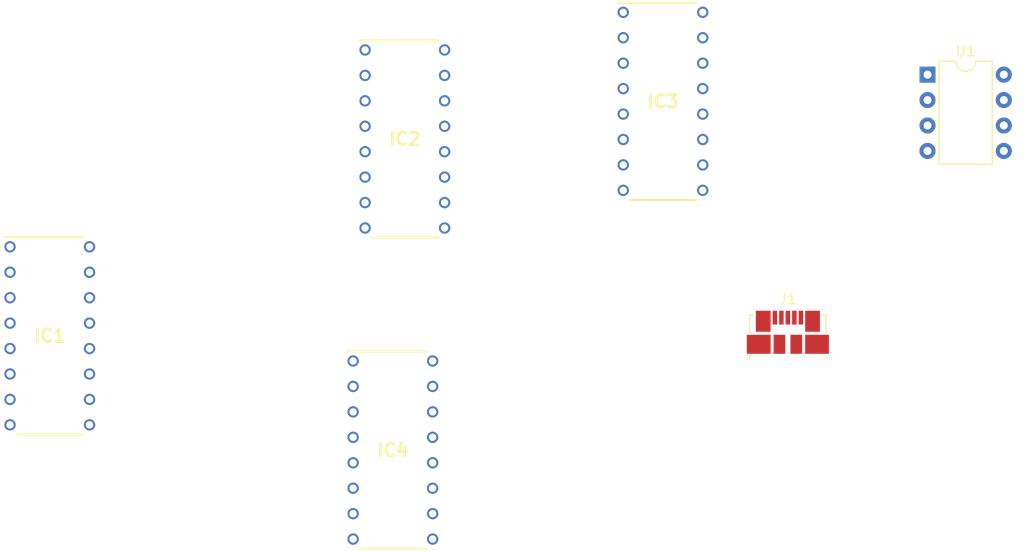
<source format=kicad_pcb>
(kicad_pcb (version 20171130) (host pcbnew "(5.1.4)-1")

  (general
    (thickness 1.6)
    (drawings 0)
    (tracks 0)
    (zones 0)
    (modules 6)
    (nets 69)
  )

  (page A4)
  (layers
    (0 F.Cu signal)
    (31 B.Cu signal)
    (32 B.Adhes user)
    (33 F.Adhes user)
    (34 B.Paste user)
    (35 F.Paste user)
    (36 B.SilkS user)
    (37 F.SilkS user)
    (38 B.Mask user)
    (39 F.Mask user)
    (40 Dwgs.User user)
    (41 Cmts.User user)
    (42 Eco1.User user)
    (43 Eco2.User user)
    (44 Edge.Cuts user)
    (45 Margin user)
    (46 B.CrtYd user)
    (47 F.CrtYd user)
    (48 B.Fab user)
    (49 F.Fab user)
  )

  (setup
    (last_trace_width 0.25)
    (trace_clearance 0.2)
    (zone_clearance 0.508)
    (zone_45_only no)
    (trace_min 0.2)
    (via_size 0.8)
    (via_drill 0.4)
    (via_min_size 0.4)
    (via_min_drill 0.3)
    (uvia_size 0.3)
    (uvia_drill 0.1)
    (uvias_allowed no)
    (uvia_min_size 0.2)
    (uvia_min_drill 0.1)
    (edge_width 0.05)
    (segment_width 0.2)
    (pcb_text_width 0.3)
    (pcb_text_size 1.5 1.5)
    (mod_edge_width 0.12)
    (mod_text_size 1 1)
    (mod_text_width 0.15)
    (pad_size 1.524 1.524)
    (pad_drill 0.762)
    (pad_to_mask_clearance 0.051)
    (solder_mask_min_width 0.25)
    (aux_axis_origin 0 0)
    (visible_elements FFFFFF7F)
    (pcbplotparams
      (layerselection 0x010fc_ffffffff)
      (usegerberextensions false)
      (usegerberattributes false)
      (usegerberadvancedattributes false)
      (creategerberjobfile false)
      (excludeedgelayer true)
      (linewidth 0.100000)
      (plotframeref false)
      (viasonmask false)
      (mode 1)
      (useauxorigin false)
      (hpglpennumber 1)
      (hpglpenspeed 20)
      (hpglpendiameter 15.000000)
      (psnegative false)
      (psa4output false)
      (plotreference true)
      (plotvalue true)
      (plotinvisibletext false)
      (padsonsilk false)
      (subtractmaskfromsilk false)
      (outputformat 1)
      (mirror false)
      (drillshape 1)
      (scaleselection 1)
      (outputdirectory ""))
  )

  (net 0 "")
  (net 1 +5V)
  (net 2 "Net-(IC1-Pad15)")
  (net 3 "Net-(IC1-Pad14)")
  (net 4 "Net-(IC1-Pad13)")
  (net 5 "Net-(IC1-Pad12)")
  (net 6 "Net-(IC1-Pad11)")
  (net 7 "Net-(IC1-Pad10)")
  (net 8 "Net-(IC1-Pad9)")
  (net 9 GND)
  (net 10 "Net-(IC1-Pad7)")
  (net 11 "Net-(IC1-Pad6)")
  (net 12 "Net-(IC1-Pad5)")
  (net 13 "Net-(IC1-Pad4)")
  (net 14 "Net-(IC1-Pad3)")
  (net 15 "Net-(IC1-Pad2)")
  (net 16 "Net-(IC1-Pad1)")
  (net 17 "Net-(IC2-Pad1)")
  (net 18 "Net-(IC2-Pad2)")
  (net 19 "Net-(IC2-Pad3)")
  (net 20 "Net-(IC2-Pad4)")
  (net 21 "Net-(IC2-Pad5)")
  (net 22 "Net-(IC2-Pad6)")
  (net 23 "Net-(IC2-Pad7)")
  (net 24 "Net-(IC2-Pad9)")
  (net 25 "Net-(IC2-Pad10)")
  (net 26 "Net-(IC2-Pad11)")
  (net 27 "Net-(IC2-Pad12)")
  (net 28 "Net-(IC2-Pad13)")
  (net 29 "Net-(IC2-Pad14)")
  (net 30 "Net-(IC2-Pad15)")
  (net 31 "Net-(IC3-Pad1)")
  (net 32 "Net-(IC3-Pad2)")
  (net 33 "Net-(IC3-Pad3)")
  (net 34 "Net-(IC3-Pad4)")
  (net 35 "Net-(IC3-Pad5)")
  (net 36 "Net-(IC3-Pad6)")
  (net 37 "Net-(IC3-Pad7)")
  (net 38 "Net-(IC3-Pad9)")
  (net 39 "Net-(IC3-Pad10)")
  (net 40 "Net-(IC3-Pad11)")
  (net 41 "Net-(IC3-Pad12)")
  (net 42 "Net-(IC3-Pad13)")
  (net 43 "Net-(IC3-Pad14)")
  (net 44 "Net-(IC3-Pad15)")
  (net 45 "Net-(IC4-Pad15)")
  (net 46 "Net-(IC4-Pad14)")
  (net 47 "Net-(IC4-Pad13)")
  (net 48 "Net-(IC4-Pad12)")
  (net 49 "Net-(IC4-Pad11)")
  (net 50 "Net-(IC4-Pad10)")
  (net 51 "Net-(IC4-Pad9)")
  (net 52 "Net-(IC4-Pad7)")
  (net 53 "Net-(IC4-Pad6)")
  (net 54 "Net-(IC4-Pad5)")
  (net 55 "Net-(IC4-Pad4)")
  (net 56 "Net-(IC4-Pad3)")
  (net 57 "Net-(IC4-Pad2)")
  (net 58 "Net-(IC4-Pad1)")
  (net 59 "Net-(U1-Pad1)")
  (net 60 "Net-(U1-Pad5)")
  (net 61 "Net-(U1-Pad2)")
  (net 62 "Net-(U1-Pad6)")
  (net 63 "Net-(U1-Pad3)")
  (net 64 "Net-(U1-Pad7)")
  (net 65 SHIELD)
  (net 66 "Net-(J1-Pad4)")
  (net 67 "Net-(J1-Pad3)")
  (net 68 "Net-(J1-Pad2)")

  (net_class Default "This is the default net class."
    (clearance 0.2)
    (trace_width 0.25)
    (via_dia 0.8)
    (via_drill 0.4)
    (uvia_dia 0.3)
    (uvia_drill 0.1)
    (add_net +5V)
    (add_net GND)
    (add_net "Net-(IC1-Pad1)")
    (add_net "Net-(IC1-Pad10)")
    (add_net "Net-(IC1-Pad11)")
    (add_net "Net-(IC1-Pad12)")
    (add_net "Net-(IC1-Pad13)")
    (add_net "Net-(IC1-Pad14)")
    (add_net "Net-(IC1-Pad15)")
    (add_net "Net-(IC1-Pad2)")
    (add_net "Net-(IC1-Pad3)")
    (add_net "Net-(IC1-Pad4)")
    (add_net "Net-(IC1-Pad5)")
    (add_net "Net-(IC1-Pad6)")
    (add_net "Net-(IC1-Pad7)")
    (add_net "Net-(IC1-Pad9)")
    (add_net "Net-(IC2-Pad1)")
    (add_net "Net-(IC2-Pad10)")
    (add_net "Net-(IC2-Pad11)")
    (add_net "Net-(IC2-Pad12)")
    (add_net "Net-(IC2-Pad13)")
    (add_net "Net-(IC2-Pad14)")
    (add_net "Net-(IC2-Pad15)")
    (add_net "Net-(IC2-Pad2)")
    (add_net "Net-(IC2-Pad3)")
    (add_net "Net-(IC2-Pad4)")
    (add_net "Net-(IC2-Pad5)")
    (add_net "Net-(IC2-Pad6)")
    (add_net "Net-(IC2-Pad7)")
    (add_net "Net-(IC2-Pad9)")
    (add_net "Net-(IC3-Pad1)")
    (add_net "Net-(IC3-Pad10)")
    (add_net "Net-(IC3-Pad11)")
    (add_net "Net-(IC3-Pad12)")
    (add_net "Net-(IC3-Pad13)")
    (add_net "Net-(IC3-Pad14)")
    (add_net "Net-(IC3-Pad15)")
    (add_net "Net-(IC3-Pad2)")
    (add_net "Net-(IC3-Pad3)")
    (add_net "Net-(IC3-Pad4)")
    (add_net "Net-(IC3-Pad5)")
    (add_net "Net-(IC3-Pad6)")
    (add_net "Net-(IC3-Pad7)")
    (add_net "Net-(IC3-Pad9)")
    (add_net "Net-(IC4-Pad1)")
    (add_net "Net-(IC4-Pad10)")
    (add_net "Net-(IC4-Pad11)")
    (add_net "Net-(IC4-Pad12)")
    (add_net "Net-(IC4-Pad13)")
    (add_net "Net-(IC4-Pad14)")
    (add_net "Net-(IC4-Pad15)")
    (add_net "Net-(IC4-Pad2)")
    (add_net "Net-(IC4-Pad3)")
    (add_net "Net-(IC4-Pad4)")
    (add_net "Net-(IC4-Pad5)")
    (add_net "Net-(IC4-Pad6)")
    (add_net "Net-(IC4-Pad7)")
    (add_net "Net-(IC4-Pad9)")
    (add_net "Net-(J1-Pad2)")
    (add_net "Net-(J1-Pad3)")
    (add_net "Net-(J1-Pad4)")
    (add_net "Net-(U1-Pad1)")
    (add_net "Net-(U1-Pad2)")
    (add_net "Net-(U1-Pad3)")
    (add_net "Net-(U1-Pad5)")
    (add_net "Net-(U1-Pad6)")
    (add_net "Net-(U1-Pad7)")
    (add_net SHIELD)
  )

  (module Connector_USB:USB_Micro-B_Molex_47346-0001 (layer F.Cu) (tedit 5A1DC0BD) (tstamp 5D92C259)
    (at 113.1062 84.963)
    (descr "Micro USB B receptable with flange, bottom-mount, SMD, right-angle (http://www.molex.com/pdm_docs/sd/473460001_sd.pdf)")
    (tags "Micro B USB SMD")
    (path /5D927A8A)
    (attr smd)
    (fp_text reference J1 (at 0 -3.3 180) (layer F.SilkS)
      (effects (font (size 1 1) (thickness 0.15)))
    )
    (fp_text value USB_B_Micro (at 0 4.6 180) (layer F.Fab)
      (effects (font (size 1 1) (thickness 0.15)))
    )
    (fp_line (start -3.25 2.65) (end 3.25 2.65) (layer F.Fab) (width 0.1))
    (fp_line (start -3.81 2.6) (end -3.81 2.34) (layer F.SilkS) (width 0.12))
    (fp_line (start -3.81 0.06) (end -3.81 -1.71) (layer F.SilkS) (width 0.12))
    (fp_line (start -3.81 -1.71) (end -3.43 -1.71) (layer F.SilkS) (width 0.12))
    (fp_line (start 3.81 -1.71) (end 3.81 0.06) (layer F.SilkS) (width 0.12))
    (fp_line (start 3.81 2.34) (end 3.81 2.6) (layer F.SilkS) (width 0.12))
    (fp_line (start -3.75 3.35) (end -3.75 -1.65) (layer F.Fab) (width 0.1))
    (fp_line (start -3.75 -1.65) (end 3.75 -1.65) (layer F.Fab) (width 0.1))
    (fp_line (start 3.75 -1.65) (end 3.75 3.35) (layer F.Fab) (width 0.1))
    (fp_line (start 3.75 3.35) (end -3.75 3.35) (layer F.Fab) (width 0.1))
    (fp_line (start -4.6 3.9) (end -4.6 -2.7) (layer F.CrtYd) (width 0.05))
    (fp_line (start -4.6 -2.7) (end 4.6 -2.7) (layer F.CrtYd) (width 0.05))
    (fp_line (start 4.6 -2.7) (end 4.6 3.9) (layer F.CrtYd) (width 0.05))
    (fp_line (start 4.6 3.9) (end -4.6 3.9) (layer F.CrtYd) (width 0.05))
    (fp_line (start 3.81 -1.71) (end 3.43 -1.71) (layer F.SilkS) (width 0.12))
    (fp_text user %R (at 0 1.2) (layer F.Fab)
      (effects (font (size 1 1) (thickness 0.15)))
    )
    (fp_text user "PCB Edge" (at 0 2.67 180) (layer Dwgs.User)
      (effects (font (size 0.4 0.4) (thickness 0.04)))
    )
    (pad 6 smd rect (at 0.84 1.2) (size 1.175 1.9) (layers F.Cu F.Paste F.Mask)
      (net 65 SHIELD))
    (pad 6 smd rect (at -0.84 1.2) (size 1.175 1.9) (layers F.Cu F.Paste F.Mask)
      (net 65 SHIELD))
    (pad 6 smd rect (at 2.91 1.2) (size 2.375 1.9) (layers F.Cu F.Paste F.Mask)
      (net 65 SHIELD))
    (pad 6 smd rect (at -2.91 1.2) (size 2.375 1.9) (layers F.Cu F.Paste F.Mask)
      (net 65 SHIELD))
    (pad 6 smd rect (at 2.4625 -1.1) (size 1.475 2.1) (layers F.Cu F.Paste F.Mask)
      (net 65 SHIELD))
    (pad 6 smd rect (at -2.4625 -1.1) (size 1.475 2.1) (layers F.Cu F.Paste F.Mask)
      (net 65 SHIELD))
    (pad 5 smd rect (at 1.3 -1.46) (size 0.45 1.38) (layers F.Cu F.Paste F.Mask)
      (net 9 GND))
    (pad 4 smd rect (at 0.65 -1.46) (size 0.45 1.38) (layers F.Cu F.Paste F.Mask)
      (net 66 "Net-(J1-Pad4)"))
    (pad 3 smd rect (at 0 -1.46) (size 0.45 1.38) (layers F.Cu F.Paste F.Mask)
      (net 67 "Net-(J1-Pad3)"))
    (pad 2 smd rect (at -0.65 -1.46) (size 0.45 1.38) (layers F.Cu F.Paste F.Mask)
      (net 68 "Net-(J1-Pad2)"))
    (pad 1 smd rect (at -1.3 -1.46) (size 0.45 1.38) (layers F.Cu F.Paste F.Mask)
      (net 1 +5V))
    (model ${KISYS3DMOD}/Connector_USB.3dshapes/USB_Micro-B_Molex_47346-0001.wrl
      (at (xyz 0 0 0))
      (scale (xyz 1 1 1))
      (rotate (xyz 0 0 0))
    )
  )

  (module DIP794W53P254L1930H508Q16N (layer F.Cu) (tedit 0) (tstamp 5D92B4EB)
    (at 39.3954 85.3186)
    (descr "N (R-PDIP-T16)")
    (tags "Integrated Circuit")
    (path /5D942C1E)
    (fp_text reference IC1 (at 0 0) (layer F.SilkS)
      (effects (font (size 1.27 1.27) (thickness 0.254)))
    )
    (fp_text value SN74HC595N (at 0 0) (layer F.SilkS) hide
      (effects (font (size 1.27 1.27) (thickness 0.254)))
    )
    (fp_line (start -3.3 9.845) (end 3.3 9.845) (layer F.SilkS) (width 0.2))
    (fp_line (start -4.535 -9.845) (end 3.3 -9.845) (layer F.SilkS) (width 0.2))
    (fp_line (start -3.3 -8.575) (end -2.03 -9.845) (layer F.Fab) (width 0.1))
    (fp_line (start -3.3 9.845) (end -3.3 -9.845) (layer F.Fab) (width 0.1))
    (fp_line (start 3.3 9.845) (end -3.3 9.845) (layer F.Fab) (width 0.1))
    (fp_line (start 3.3 -9.845) (end 3.3 9.845) (layer F.Fab) (width 0.1))
    (fp_line (start -3.3 -9.845) (end 3.3 -9.845) (layer F.Fab) (width 0.1))
    (fp_line (start -4.945 10.095) (end -4.945 -10.095) (layer F.CrtYd) (width 0.05))
    (fp_line (start 4.945 10.095) (end -4.945 10.095) (layer F.CrtYd) (width 0.05))
    (fp_line (start 4.945 -10.095) (end 4.945 10.095) (layer F.CrtYd) (width 0.05))
    (fp_line (start -4.945 -10.095) (end 4.945 -10.095) (layer F.CrtYd) (width 0.05))
    (fp_text user %R (at 0 0) (layer F.Fab)
      (effects (font (size 1.27 1.27) (thickness 0.254)))
    )
    (pad 16 thru_hole circle (at 3.97 -8.89) (size 1.13 1.13) (drill 0.73) (layers *.Cu *.Mask)
      (net 1 +5V))
    (pad 15 thru_hole circle (at 3.97 -6.35) (size 1.13 1.13) (drill 0.73) (layers *.Cu *.Mask)
      (net 2 "Net-(IC1-Pad15)"))
    (pad 14 thru_hole circle (at 3.97 -3.81) (size 1.13 1.13) (drill 0.73) (layers *.Cu *.Mask)
      (net 3 "Net-(IC1-Pad14)"))
    (pad 13 thru_hole circle (at 3.97 -1.27) (size 1.13 1.13) (drill 0.73) (layers *.Cu *.Mask)
      (net 4 "Net-(IC1-Pad13)"))
    (pad 12 thru_hole circle (at 3.97 1.27) (size 1.13 1.13) (drill 0.73) (layers *.Cu *.Mask)
      (net 5 "Net-(IC1-Pad12)"))
    (pad 11 thru_hole circle (at 3.97 3.81) (size 1.13 1.13) (drill 0.73) (layers *.Cu *.Mask)
      (net 6 "Net-(IC1-Pad11)"))
    (pad 10 thru_hole circle (at 3.97 6.35) (size 1.13 1.13) (drill 0.73) (layers *.Cu *.Mask)
      (net 7 "Net-(IC1-Pad10)"))
    (pad 9 thru_hole circle (at 3.97 8.89) (size 1.13 1.13) (drill 0.73) (layers *.Cu *.Mask)
      (net 8 "Net-(IC1-Pad9)"))
    (pad 8 thru_hole circle (at -3.97 8.89) (size 1.13 1.13) (drill 0.73) (layers *.Cu *.Mask)
      (net 9 GND))
    (pad 7 thru_hole circle (at -3.97 6.35) (size 1.13 1.13) (drill 0.73) (layers *.Cu *.Mask)
      (net 10 "Net-(IC1-Pad7)"))
    (pad 6 thru_hole circle (at -3.97 3.81) (size 1.13 1.13) (drill 0.73) (layers *.Cu *.Mask)
      (net 11 "Net-(IC1-Pad6)"))
    (pad 5 thru_hole circle (at -3.97 1.27) (size 1.13 1.13) (drill 0.73) (layers *.Cu *.Mask)
      (net 12 "Net-(IC1-Pad5)"))
    (pad 4 thru_hole circle (at -3.97 -1.27) (size 1.13 1.13) (drill 0.73) (layers *.Cu *.Mask)
      (net 13 "Net-(IC1-Pad4)"))
    (pad 3 thru_hole circle (at -3.97 -3.81) (size 1.13 1.13) (drill 0.73) (layers *.Cu *.Mask)
      (net 14 "Net-(IC1-Pad3)"))
    (pad 2 thru_hole circle (at -3.97 -6.35) (size 1.13 1.13) (drill 0.73) (layers *.Cu *.Mask)
      (net 15 "Net-(IC1-Pad2)"))
    (pad 1 thru_hole circle (at -3.97 -8.89) (size 1.13 1.13) (drill 0.73) (layers *.Cu *.Mask)
      (net 16 "Net-(IC1-Pad1)"))
    (model "D:\\AveryW\\Assorted Programs\\KiCad\\SamacSys_Parts.3dshapes\\SN74HC595N.stp"
      (at (xyz 0 0 0))
      (scale (xyz 1 1 1))
      (rotate (xyz 0 0 0))
    )
  )

  (module DIP794W53P254L1930H508Q16N (layer F.Cu) (tedit 0) (tstamp 5D92B50B)
    (at 74.8538 65.659)
    (descr "N (R-PDIP-T16)")
    (tags "Integrated Circuit")
    (path /5D93FACD)
    (fp_text reference IC2 (at 0 0) (layer F.SilkS)
      (effects (font (size 1.27 1.27) (thickness 0.254)))
    )
    (fp_text value SN74HC595N (at 0 0) (layer F.SilkS) hide
      (effects (font (size 1.27 1.27) (thickness 0.254)))
    )
    (fp_text user %R (at 0 0) (layer F.Fab)
      (effects (font (size 1.27 1.27) (thickness 0.254)))
    )
    (fp_line (start -4.945 -10.095) (end 4.945 -10.095) (layer F.CrtYd) (width 0.05))
    (fp_line (start 4.945 -10.095) (end 4.945 10.095) (layer F.CrtYd) (width 0.05))
    (fp_line (start 4.945 10.095) (end -4.945 10.095) (layer F.CrtYd) (width 0.05))
    (fp_line (start -4.945 10.095) (end -4.945 -10.095) (layer F.CrtYd) (width 0.05))
    (fp_line (start -3.3 -9.845) (end 3.3 -9.845) (layer F.Fab) (width 0.1))
    (fp_line (start 3.3 -9.845) (end 3.3 9.845) (layer F.Fab) (width 0.1))
    (fp_line (start 3.3 9.845) (end -3.3 9.845) (layer F.Fab) (width 0.1))
    (fp_line (start -3.3 9.845) (end -3.3 -9.845) (layer F.Fab) (width 0.1))
    (fp_line (start -3.3 -8.575) (end -2.03 -9.845) (layer F.Fab) (width 0.1))
    (fp_line (start -4.535 -9.845) (end 3.3 -9.845) (layer F.SilkS) (width 0.2))
    (fp_line (start -3.3 9.845) (end 3.3 9.845) (layer F.SilkS) (width 0.2))
    (pad 1 thru_hole circle (at -3.97 -8.89) (size 1.13 1.13) (drill 0.73) (layers *.Cu *.Mask)
      (net 17 "Net-(IC2-Pad1)"))
    (pad 2 thru_hole circle (at -3.97 -6.35) (size 1.13 1.13) (drill 0.73) (layers *.Cu *.Mask)
      (net 18 "Net-(IC2-Pad2)"))
    (pad 3 thru_hole circle (at -3.97 -3.81) (size 1.13 1.13) (drill 0.73) (layers *.Cu *.Mask)
      (net 19 "Net-(IC2-Pad3)"))
    (pad 4 thru_hole circle (at -3.97 -1.27) (size 1.13 1.13) (drill 0.73) (layers *.Cu *.Mask)
      (net 20 "Net-(IC2-Pad4)"))
    (pad 5 thru_hole circle (at -3.97 1.27) (size 1.13 1.13) (drill 0.73) (layers *.Cu *.Mask)
      (net 21 "Net-(IC2-Pad5)"))
    (pad 6 thru_hole circle (at -3.97 3.81) (size 1.13 1.13) (drill 0.73) (layers *.Cu *.Mask)
      (net 22 "Net-(IC2-Pad6)"))
    (pad 7 thru_hole circle (at -3.97 6.35) (size 1.13 1.13) (drill 0.73) (layers *.Cu *.Mask)
      (net 23 "Net-(IC2-Pad7)"))
    (pad 8 thru_hole circle (at -3.97 8.89) (size 1.13 1.13) (drill 0.73) (layers *.Cu *.Mask)
      (net 9 GND))
    (pad 9 thru_hole circle (at 3.97 8.89) (size 1.13 1.13) (drill 0.73) (layers *.Cu *.Mask)
      (net 24 "Net-(IC2-Pad9)"))
    (pad 10 thru_hole circle (at 3.97 6.35) (size 1.13 1.13) (drill 0.73) (layers *.Cu *.Mask)
      (net 25 "Net-(IC2-Pad10)"))
    (pad 11 thru_hole circle (at 3.97 3.81) (size 1.13 1.13) (drill 0.73) (layers *.Cu *.Mask)
      (net 26 "Net-(IC2-Pad11)"))
    (pad 12 thru_hole circle (at 3.97 1.27) (size 1.13 1.13) (drill 0.73) (layers *.Cu *.Mask)
      (net 27 "Net-(IC2-Pad12)"))
    (pad 13 thru_hole circle (at 3.97 -1.27) (size 1.13 1.13) (drill 0.73) (layers *.Cu *.Mask)
      (net 28 "Net-(IC2-Pad13)"))
    (pad 14 thru_hole circle (at 3.97 -3.81) (size 1.13 1.13) (drill 0.73) (layers *.Cu *.Mask)
      (net 29 "Net-(IC2-Pad14)"))
    (pad 15 thru_hole circle (at 3.97 -6.35) (size 1.13 1.13) (drill 0.73) (layers *.Cu *.Mask)
      (net 30 "Net-(IC2-Pad15)"))
    (pad 16 thru_hole circle (at 3.97 -8.89) (size 1.13 1.13) (drill 0.73) (layers *.Cu *.Mask)
      (net 1 +5V))
    (model "D:\\AveryW\\Assorted Programs\\KiCad\\SamacSys_Parts.3dshapes\\SN74HC595N.stp"
      (at (xyz 0 0 0))
      (scale (xyz 1 1 1))
      (rotate (xyz 0 0 0))
    )
  )

  (module DIP794W53P254L1930H508Q16N (layer F.Cu) (tedit 0) (tstamp 5D92B52B)
    (at 100.6348 61.8998)
    (descr "N (R-PDIP-T16)")
    (tags "Integrated Circuit")
    (path /5D94344A)
    (fp_text reference IC3 (at 0 0) (layer F.SilkS)
      (effects (font (size 1.27 1.27) (thickness 0.254)))
    )
    (fp_text value SN74HC595N (at 0 0) (layer F.SilkS) hide
      (effects (font (size 1.27 1.27) (thickness 0.254)))
    )
    (fp_text user %R (at 0 0) (layer F.Fab)
      (effects (font (size 1.27 1.27) (thickness 0.254)))
    )
    (fp_line (start -4.945 -10.095) (end 4.945 -10.095) (layer F.CrtYd) (width 0.05))
    (fp_line (start 4.945 -10.095) (end 4.945 10.095) (layer F.CrtYd) (width 0.05))
    (fp_line (start 4.945 10.095) (end -4.945 10.095) (layer F.CrtYd) (width 0.05))
    (fp_line (start -4.945 10.095) (end -4.945 -10.095) (layer F.CrtYd) (width 0.05))
    (fp_line (start -3.3 -9.845) (end 3.3 -9.845) (layer F.Fab) (width 0.1))
    (fp_line (start 3.3 -9.845) (end 3.3 9.845) (layer F.Fab) (width 0.1))
    (fp_line (start 3.3 9.845) (end -3.3 9.845) (layer F.Fab) (width 0.1))
    (fp_line (start -3.3 9.845) (end -3.3 -9.845) (layer F.Fab) (width 0.1))
    (fp_line (start -3.3 -8.575) (end -2.03 -9.845) (layer F.Fab) (width 0.1))
    (fp_line (start -4.535 -9.845) (end 3.3 -9.845) (layer F.SilkS) (width 0.2))
    (fp_line (start -3.3 9.845) (end 3.3 9.845) (layer F.SilkS) (width 0.2))
    (pad 1 thru_hole circle (at -3.97 -8.89) (size 1.13 1.13) (drill 0.73) (layers *.Cu *.Mask)
      (net 31 "Net-(IC3-Pad1)"))
    (pad 2 thru_hole circle (at -3.97 -6.35) (size 1.13 1.13) (drill 0.73) (layers *.Cu *.Mask)
      (net 32 "Net-(IC3-Pad2)"))
    (pad 3 thru_hole circle (at -3.97 -3.81) (size 1.13 1.13) (drill 0.73) (layers *.Cu *.Mask)
      (net 33 "Net-(IC3-Pad3)"))
    (pad 4 thru_hole circle (at -3.97 -1.27) (size 1.13 1.13) (drill 0.73) (layers *.Cu *.Mask)
      (net 34 "Net-(IC3-Pad4)"))
    (pad 5 thru_hole circle (at -3.97 1.27) (size 1.13 1.13) (drill 0.73) (layers *.Cu *.Mask)
      (net 35 "Net-(IC3-Pad5)"))
    (pad 6 thru_hole circle (at -3.97 3.81) (size 1.13 1.13) (drill 0.73) (layers *.Cu *.Mask)
      (net 36 "Net-(IC3-Pad6)"))
    (pad 7 thru_hole circle (at -3.97 6.35) (size 1.13 1.13) (drill 0.73) (layers *.Cu *.Mask)
      (net 37 "Net-(IC3-Pad7)"))
    (pad 8 thru_hole circle (at -3.97 8.89) (size 1.13 1.13) (drill 0.73) (layers *.Cu *.Mask)
      (net 9 GND))
    (pad 9 thru_hole circle (at 3.97 8.89) (size 1.13 1.13) (drill 0.73) (layers *.Cu *.Mask)
      (net 38 "Net-(IC3-Pad9)"))
    (pad 10 thru_hole circle (at 3.97 6.35) (size 1.13 1.13) (drill 0.73) (layers *.Cu *.Mask)
      (net 39 "Net-(IC3-Pad10)"))
    (pad 11 thru_hole circle (at 3.97 3.81) (size 1.13 1.13) (drill 0.73) (layers *.Cu *.Mask)
      (net 40 "Net-(IC3-Pad11)"))
    (pad 12 thru_hole circle (at 3.97 1.27) (size 1.13 1.13) (drill 0.73) (layers *.Cu *.Mask)
      (net 41 "Net-(IC3-Pad12)"))
    (pad 13 thru_hole circle (at 3.97 -1.27) (size 1.13 1.13) (drill 0.73) (layers *.Cu *.Mask)
      (net 42 "Net-(IC3-Pad13)"))
    (pad 14 thru_hole circle (at 3.97 -3.81) (size 1.13 1.13) (drill 0.73) (layers *.Cu *.Mask)
      (net 43 "Net-(IC3-Pad14)"))
    (pad 15 thru_hole circle (at 3.97 -6.35) (size 1.13 1.13) (drill 0.73) (layers *.Cu *.Mask)
      (net 44 "Net-(IC3-Pad15)"))
    (pad 16 thru_hole circle (at 3.97 -8.89) (size 1.13 1.13) (drill 0.73) (layers *.Cu *.Mask)
      (net 1 +5V))
    (model "D:\\AveryW\\Assorted Programs\\KiCad\\SamacSys_Parts.3dshapes\\SN74HC595N.stp"
      (at (xyz 0 0 0))
      (scale (xyz 1 1 1))
      (rotate (xyz 0 0 0))
    )
  )

  (module DIP794W53P254L1930H508Q16N (layer F.Cu) (tedit 0) (tstamp 5D92B54B)
    (at 73.66 96.7232)
    (descr "N (R-PDIP-T16)")
    (tags "Integrated Circuit")
    (path /5D944032)
    (fp_text reference IC4 (at 0 0) (layer F.SilkS)
      (effects (font (size 1.27 1.27) (thickness 0.254)))
    )
    (fp_text value SN74HC595N (at 0 0) (layer F.SilkS) hide
      (effects (font (size 1.27 1.27) (thickness 0.254)))
    )
    (fp_line (start -3.3 9.845) (end 3.3 9.845) (layer F.SilkS) (width 0.2))
    (fp_line (start -4.535 -9.845) (end 3.3 -9.845) (layer F.SilkS) (width 0.2))
    (fp_line (start -3.3 -8.575) (end -2.03 -9.845) (layer F.Fab) (width 0.1))
    (fp_line (start -3.3 9.845) (end -3.3 -9.845) (layer F.Fab) (width 0.1))
    (fp_line (start 3.3 9.845) (end -3.3 9.845) (layer F.Fab) (width 0.1))
    (fp_line (start 3.3 -9.845) (end 3.3 9.845) (layer F.Fab) (width 0.1))
    (fp_line (start -3.3 -9.845) (end 3.3 -9.845) (layer F.Fab) (width 0.1))
    (fp_line (start -4.945 10.095) (end -4.945 -10.095) (layer F.CrtYd) (width 0.05))
    (fp_line (start 4.945 10.095) (end -4.945 10.095) (layer F.CrtYd) (width 0.05))
    (fp_line (start 4.945 -10.095) (end 4.945 10.095) (layer F.CrtYd) (width 0.05))
    (fp_line (start -4.945 -10.095) (end 4.945 -10.095) (layer F.CrtYd) (width 0.05))
    (fp_text user %R (at 0 0) (layer F.Fab)
      (effects (font (size 1.27 1.27) (thickness 0.254)))
    )
    (pad 16 thru_hole circle (at 3.97 -8.89) (size 1.13 1.13) (drill 0.73) (layers *.Cu *.Mask)
      (net 1 +5V))
    (pad 15 thru_hole circle (at 3.97 -6.35) (size 1.13 1.13) (drill 0.73) (layers *.Cu *.Mask)
      (net 45 "Net-(IC4-Pad15)"))
    (pad 14 thru_hole circle (at 3.97 -3.81) (size 1.13 1.13) (drill 0.73) (layers *.Cu *.Mask)
      (net 46 "Net-(IC4-Pad14)"))
    (pad 13 thru_hole circle (at 3.97 -1.27) (size 1.13 1.13) (drill 0.73) (layers *.Cu *.Mask)
      (net 47 "Net-(IC4-Pad13)"))
    (pad 12 thru_hole circle (at 3.97 1.27) (size 1.13 1.13) (drill 0.73) (layers *.Cu *.Mask)
      (net 48 "Net-(IC4-Pad12)"))
    (pad 11 thru_hole circle (at 3.97 3.81) (size 1.13 1.13) (drill 0.73) (layers *.Cu *.Mask)
      (net 49 "Net-(IC4-Pad11)"))
    (pad 10 thru_hole circle (at 3.97 6.35) (size 1.13 1.13) (drill 0.73) (layers *.Cu *.Mask)
      (net 50 "Net-(IC4-Pad10)"))
    (pad 9 thru_hole circle (at 3.97 8.89) (size 1.13 1.13) (drill 0.73) (layers *.Cu *.Mask)
      (net 51 "Net-(IC4-Pad9)"))
    (pad 8 thru_hole circle (at -3.97 8.89) (size 1.13 1.13) (drill 0.73) (layers *.Cu *.Mask)
      (net 9 GND))
    (pad 7 thru_hole circle (at -3.97 6.35) (size 1.13 1.13) (drill 0.73) (layers *.Cu *.Mask)
      (net 52 "Net-(IC4-Pad7)"))
    (pad 6 thru_hole circle (at -3.97 3.81) (size 1.13 1.13) (drill 0.73) (layers *.Cu *.Mask)
      (net 53 "Net-(IC4-Pad6)"))
    (pad 5 thru_hole circle (at -3.97 1.27) (size 1.13 1.13) (drill 0.73) (layers *.Cu *.Mask)
      (net 54 "Net-(IC4-Pad5)"))
    (pad 4 thru_hole circle (at -3.97 -1.27) (size 1.13 1.13) (drill 0.73) (layers *.Cu *.Mask)
      (net 55 "Net-(IC4-Pad4)"))
    (pad 3 thru_hole circle (at -3.97 -3.81) (size 1.13 1.13) (drill 0.73) (layers *.Cu *.Mask)
      (net 56 "Net-(IC4-Pad3)"))
    (pad 2 thru_hole circle (at -3.97 -6.35) (size 1.13 1.13) (drill 0.73) (layers *.Cu *.Mask)
      (net 57 "Net-(IC4-Pad2)"))
    (pad 1 thru_hole circle (at -3.97 -8.89) (size 1.13 1.13) (drill 0.73) (layers *.Cu *.Mask)
      (net 58 "Net-(IC4-Pad1)"))
    (model "D:\\AveryW\\Assorted Programs\\KiCad\\SamacSys_Parts.3dshapes\\SN74HC595N.stp"
      (at (xyz 0 0 0))
      (scale (xyz 1 1 1))
      (rotate (xyz 0 0 0))
    )
  )

  (module Package_DIP:DIP-8_W7.62mm (layer F.Cu) (tedit 5A02E8C5) (tstamp 5D92B567)
    (at 127.0508 59.2328)
    (descr "8-lead though-hole mounted DIP package, row spacing 7.62 mm (300 mils)")
    (tags "THT DIP DIL PDIP 2.54mm 7.62mm 300mil")
    (path /5D93723C)
    (fp_text reference U1 (at 3.81 -2.33) (layer F.SilkS)
      (effects (font (size 1 1) (thickness 0.15)))
    )
    (fp_text value ATtiny85-20PU (at 3.81 9.95) (layer F.Fab)
      (effects (font (size 1 1) (thickness 0.15)))
    )
    (fp_arc (start 3.81 -1.33) (end 2.81 -1.33) (angle -180) (layer F.SilkS) (width 0.12))
    (fp_line (start 1.635 -1.27) (end 6.985 -1.27) (layer F.Fab) (width 0.1))
    (fp_line (start 6.985 -1.27) (end 6.985 8.89) (layer F.Fab) (width 0.1))
    (fp_line (start 6.985 8.89) (end 0.635 8.89) (layer F.Fab) (width 0.1))
    (fp_line (start 0.635 8.89) (end 0.635 -0.27) (layer F.Fab) (width 0.1))
    (fp_line (start 0.635 -0.27) (end 1.635 -1.27) (layer F.Fab) (width 0.1))
    (fp_line (start 2.81 -1.33) (end 1.16 -1.33) (layer F.SilkS) (width 0.12))
    (fp_line (start 1.16 -1.33) (end 1.16 8.95) (layer F.SilkS) (width 0.12))
    (fp_line (start 1.16 8.95) (end 6.46 8.95) (layer F.SilkS) (width 0.12))
    (fp_line (start 6.46 8.95) (end 6.46 -1.33) (layer F.SilkS) (width 0.12))
    (fp_line (start 6.46 -1.33) (end 4.81 -1.33) (layer F.SilkS) (width 0.12))
    (fp_line (start -1.1 -1.55) (end -1.1 9.15) (layer F.CrtYd) (width 0.05))
    (fp_line (start -1.1 9.15) (end 8.7 9.15) (layer F.CrtYd) (width 0.05))
    (fp_line (start 8.7 9.15) (end 8.7 -1.55) (layer F.CrtYd) (width 0.05))
    (fp_line (start 8.7 -1.55) (end -1.1 -1.55) (layer F.CrtYd) (width 0.05))
    (fp_text user %R (at 3.81 3.81) (layer F.Fab)
      (effects (font (size 1 1) (thickness 0.15)))
    )
    (pad 1 thru_hole rect (at 0 0) (size 1.6 1.6) (drill 0.8) (layers *.Cu *.Mask)
      (net 59 "Net-(U1-Pad1)"))
    (pad 5 thru_hole oval (at 7.62 7.62) (size 1.6 1.6) (drill 0.8) (layers *.Cu *.Mask)
      (net 60 "Net-(U1-Pad5)"))
    (pad 2 thru_hole oval (at 0 2.54) (size 1.6 1.6) (drill 0.8) (layers *.Cu *.Mask)
      (net 61 "Net-(U1-Pad2)"))
    (pad 6 thru_hole oval (at 7.62 5.08) (size 1.6 1.6) (drill 0.8) (layers *.Cu *.Mask)
      (net 62 "Net-(U1-Pad6)"))
    (pad 3 thru_hole oval (at 0 5.08) (size 1.6 1.6) (drill 0.8) (layers *.Cu *.Mask)
      (net 63 "Net-(U1-Pad3)"))
    (pad 7 thru_hole oval (at 7.62 2.54) (size 1.6 1.6) (drill 0.8) (layers *.Cu *.Mask)
      (net 64 "Net-(U1-Pad7)"))
    (pad 4 thru_hole oval (at 0 7.62) (size 1.6 1.6) (drill 0.8) (layers *.Cu *.Mask)
      (net 9 GND))
    (pad 8 thru_hole oval (at 7.62 0) (size 1.6 1.6) (drill 0.8) (layers *.Cu *.Mask)
      (net 1 +5V))
    (model ${KISYS3DMOD}/Package_DIP.3dshapes/DIP-8_W7.62mm.wrl
      (at (xyz 0 0 0))
      (scale (xyz 1 1 1))
      (rotate (xyz 0 0 0))
    )
  )

)

</source>
